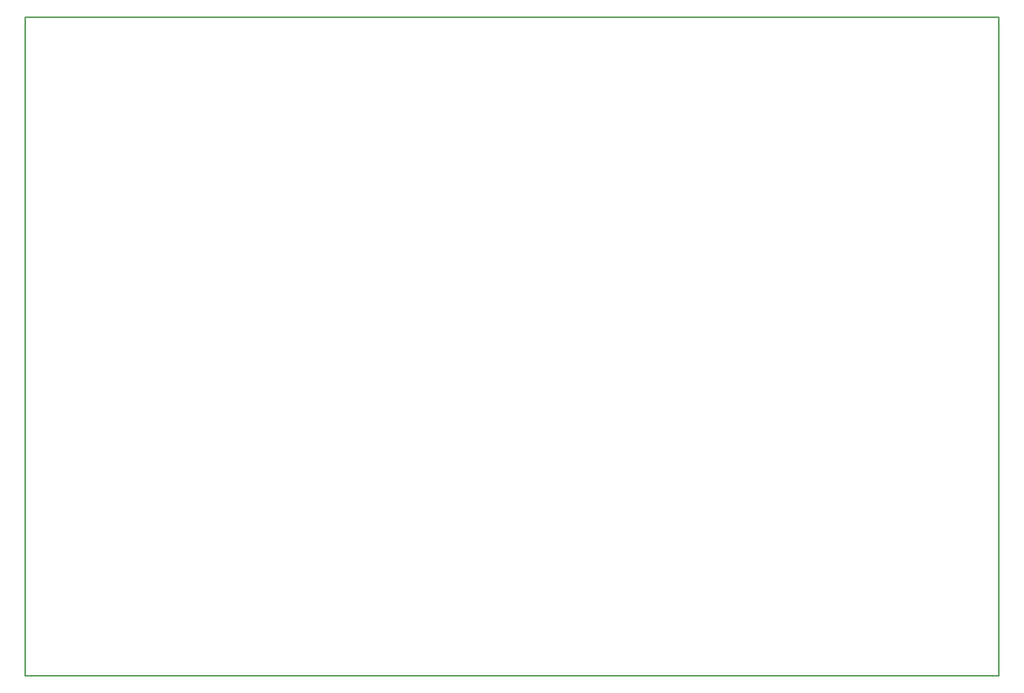
<source format=gbr>
G04 #@! TF.FileFunction,Profile,NP*
%FSLAX46Y46*%
G04 Gerber Fmt 4.6, Leading zero omitted, Abs format (unit mm)*
G04 Created by KiCad (PCBNEW 4.0.7-e2-6376~58~ubuntu14.04.1) date Fri Mar  2 18:34:20 2018*
%MOMM*%
%LPD*%
G01*
G04 APERTURE LIST*
%ADD10C,0.100000*%
%ADD11C,0.150000*%
G04 APERTURE END LIST*
D10*
D11*
X124500000Y4750000D02*
X124500000Y0D01*
X124500000Y84250000D02*
X124500000Y4750000D01*
X0Y84250000D02*
X124500000Y84250000D01*
X0Y0D02*
X0Y84250000D01*
X62750000Y0D02*
X0Y0D01*
X62750000Y0D02*
X124500000Y0D01*
M02*

</source>
